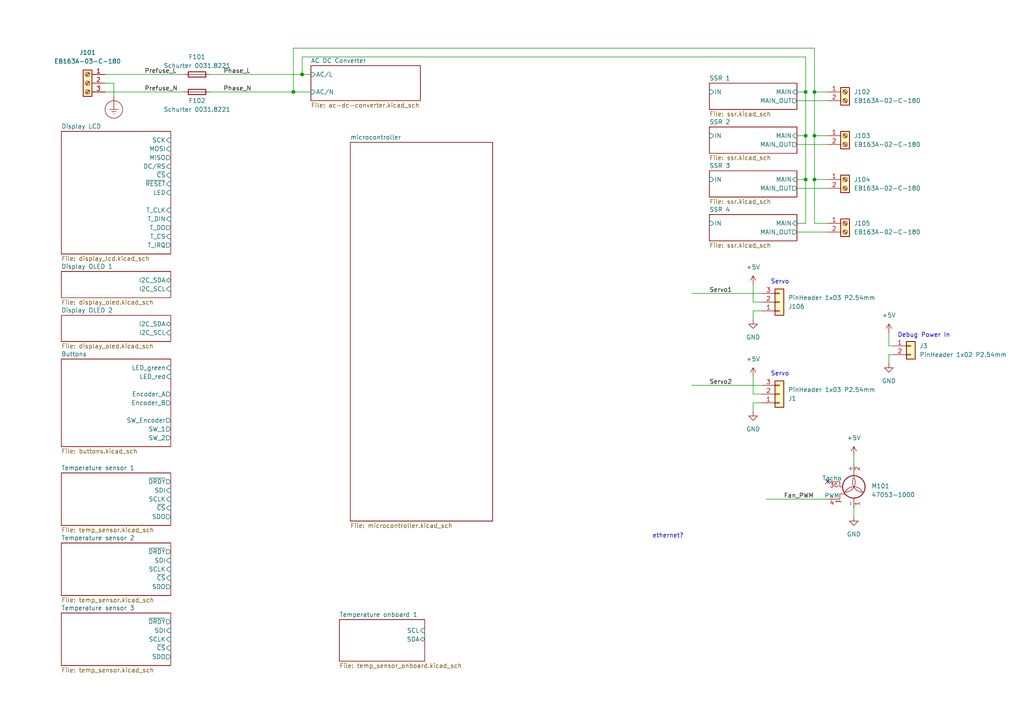
<source format=kicad_sch>
(kicad_sch (version 20231120) (generator "eeschema") (generator_version "8.0")
  (paper "A4")
  (lib_symbols
    (symbol "+5V_1" (power) (pin_numbers hide) (pin_names (offset 0) hide)
      (property "Value" "+5V" (at 0 3.556 0))
      (symbol "+5V_1_0_1"
        (polyline (pts (xy -0.762 1.27) (xy 0 2.54)))
        (polyline (pts (xy 0 0) (xy 0 2.54)))
        (polyline (pts (xy 0 2.54) (xy 0.762 1.27)))
      )
      (symbol "+5V_1_1_1"
        (pin power_in line (at 0 0 90) (length 0) (name "~") (number "1"))
      )
    )
    (symbol "Connector:Screw_Terminal_01x02" (pin_names (offset 1.016) hide)
      (property "Reference" "J" (at 0 2.54 0))
      (property "Value" "Screw_Terminal_01x02" (at 0 -5.08 0))
      (symbol "Screw_Terminal_01x02_1_1"
        (rectangle (start -1.27 1.27) (end 1.27 -3.81) (stroke (width 0.254)) (fill (type background)))
        (circle (center 0 -2.54) (radius 0.635) (stroke (width 0.1524)))
        (polyline (pts (xy -0.5334 -2.2098) (xy 0.3302 -3.048)) (stroke (width 0.1524)))
        (polyline (pts (xy -0.5334 0.3302) (xy 0.3302 -0.508)) (stroke (width 0.1524)))
        (polyline (pts (xy -0.3556 -2.032) (xy 0.508 -2.8702)) (stroke (width 0.1524)))
        (polyline (pts (xy -0.3556 0.508) (xy 0.508 -0.3302)) (stroke (width 0.1524)))
        (circle (center 0 0) (radius 0.635) (stroke (width 0.1524)))
        (pin passive line (at -5.08 0 0) (length 3.81) (name "Pin_1") (number "1"))
        (pin passive line (at -5.08 -2.54 0) (length 3.81) (name "Pin_2") (number "2"))
      )
    )
    (symbol "Connector:Screw_Terminal_01x03" (pin_names (offset 1.016) hide)
      (property "Reference" "J" (at 0 5.08 0))
      (property "Value" "Screw_Terminal_01x03" (at 0 -5.08 0))
      (symbol "Screw_Terminal_01x03_1_1"
        (rectangle (start -1.27 3.81) (end 1.27 -3.81) (stroke (width 0.254)) (fill (type background)))
        (circle (center 0 -2.54) (radius 0.635) (stroke (width 0.1524)))
        (polyline (pts (xy -0.5334 -2.2098) (xy 0.3302 -3.048)) (stroke (width 0.1524)))
        (polyline (pts (xy -0.5334 0.3302) (xy 0.3302 -0.508)) (stroke (width 0.1524)))
        (polyline (pts (xy -0.5334 2.8702) (xy 0.3302 2.032)) (stroke (width 0.1524)))
        (polyline (pts (xy -0.3556 -2.032) (xy 0.508 -2.8702)) (stroke (width 0.1524)))
        (polyline (pts (xy -0.3556 0.508) (xy 0.508 -0.3302)) (stroke (width 0.1524)))
        (polyline (pts (xy -0.3556 3.048) (xy 0.508 2.2098)) (stroke (width 0.1524)))
        (circle (center 0 0) (radius 0.635) (stroke (width 0.1524)))
        (circle (center 0 2.54) (radius 0.635) (stroke (width 0.1524)))
        (pin passive line (at -5.08 2.54 0) (length 3.81) (name "Pin_1") (number "1"))
        (pin passive line (at -5.08 0 0) (length 3.81) (name "Pin_2") (number "2"))
        (pin passive line (at -5.08 -2.54 0) (length 3.81) (name "Pin_3") (number "3"))
      )
    )
    (symbol "Connector_Generic:Conn_01x02" (pin_names (offset 1.016) hide)
      (property "Reference" "J" (at 0 2.54 0))
      (property "Value" "Conn_01x02" (at 0 -5.08 0))
      (symbol "Conn_01x02_1_1"
        (rectangle (start -1.27 -2.413) (end 0 -2.667) (stroke (width 0.1524)))
        (rectangle (start -1.27 0.127) (end 0 -0.127) (stroke (width 0.1524)))
        (rectangle (start -1.27 1.27) (end 1.27 -3.81) (stroke (width 0.254)) (fill (type background)))
        (pin passive line (at -5.08 0 0) (length 3.81) (name "Pin_1") (number "1"))
        (pin passive line (at -5.08 -2.54 0) (length 3.81) (name "Pin_2") (number "2"))
      )
    )
    (symbol "Connector_Generic:Conn_01x03" (pin_names (offset 1.016) hide)
      (property "Reference" "J" (at 0 5.08 0))
      (property "Value" "Conn_01x03" (at 0 -5.08 0))
      (symbol "Conn_01x03_1_1"
        (rectangle (start -1.27 -2.413) (end 0 -2.667) (stroke (width 0.1524)))
        (rectangle (start -1.27 0.127) (end 0 -0.127) (stroke (width 0.1524)))
        (rectangle (start -1.27 2.667) (end 0 2.413) (stroke (width 0.1524)))
        (rectangle (start -1.27 3.81) (end 1.27 -3.81) (stroke (width 0.254)) (fill (type background)))
        (pin passive line (at -5.08 2.54 0) (length 3.81) (name "Pin_1") (number "1"))
        (pin passive line (at -5.08 0 0) (length 3.81) (name "Pin_2") (number "2"))
        (pin passive line (at -5.08 -2.54 0) (length 3.81) (name "Pin_3") (number "3"))
      )
    )
    (symbol "Device:Fuse" (pin_numbers hide) (pin_names (offset 0))
      (property "Reference" "F" (at 2.032 0 90))
      (property "Value" "Fuse" (at -1.905 0 90))
      (symbol "Fuse_0_1"
        (rectangle (start -0.762 -2.54) (end 0.762 2.54) (stroke (width 0.254)))
        (polyline (pts (xy 0 2.54) (xy 0 -2.54)))
      )
      (symbol "Fuse_1_1"
        (pin passive line (at 0 3.81 270) (length 1.27) (name "~") (number "1"))
        (pin passive line (at 0 -3.81 90) (length 1.27) (name "~") (number "2"))
      )
    )
    (symbol "GND_1" (power) (pin_numbers hide) (pin_names (offset 0) hide)
      (property "Value" "GND" (at 0 -3.81 0))
      (symbol "GND_1_0_1"
        (polyline (pts (xy 0 0) (xy 0 -1.27) (xy 1.27 -1.27) (xy 0 -2.54) (xy -1.27 -1.27) (xy 0 -1.27)))
      )
      (symbol "GND_1_1_1"
        (pin power_in line (at 0 0 270) (length 0) (name "~") (number "1"))
      )
    )
    (symbol "Motor:Fan_Tacho_PWM" (pin_names (offset 0))
      (property "Reference" "M" (at 2.54 5.08 0))
      (property "Value" "Fan_Tacho_PWM" (at 2.54 -2.54 0))
      (symbol "Fan_Tacho_PWM_0_0"
        (arc (start -5.588 1.524) (mid -5.08 1.0182) (end -4.572 1.524))
        (arc (start -5.08 2.032) (mid -5.4392 1.8832) (end -5.588 1.524))
        (polyline (pts (xy -5.08 2.032) (xy -5.334 2.159)))
        (polyline (pts (xy -5.08 2.032) (xy -5.207 1.778)))
        (polyline (pts (xy -4.064 2.54) (xy -4.064 1.016) (xy -3.302 1.016)))
      )
      (symbol "Fan_Tacho_PWM_0_1"
        (arc (start -2.54 -0.508) (mid 0.0028 0.9121) (end 0 3.81))
        (polyline (pts (xy -4.064 2.54) (xy -5.08 2.54)))
        (polyline (pts (xy 0 -5.08) (xy 0 -4.572)))
        (polyline (pts (xy 0 -2.2352) (xy 0 -2.6416)))
        (polyline (pts (xy 0 4.2672) (xy 0 4.6228)))
        (polyline (pts (xy 0 4.572) (xy 0 5.08)))
        (polyline (pts (xy -2.54 -1.016) (xy -4.064 -1.016) (xy -4.064 -2.54) (xy -5.08 -2.54)))
        (polyline (pts (xy -5.334 -3.302) (xy -5.08 -3.302) (xy -5.08 -3.048) (xy -4.826 -3.048) (xy -4.826 -3.302) (xy -4.318 -3.302) (xy -4.318 -3.048) (xy -4.064 -3.048) (xy -4.064 -3.302) (xy -3.556 -3.302)))
        (circle (center 0 1.016) (radius 3.2512) (stroke (width 0.254)))
        (arc (start 0 3.81) (mid 0.053 0.921) (end 2.54 -0.508))
        (arc (start 2.54 -0.508) (mid 0 1.0618) (end -2.54 -0.508))
      )
      (symbol "Fan_Tacho_PWM_1_1"
        (pin passive line (at 0 -5.08 90) (length 2.54) (name "-") (number "1"))
        (pin passive line (at 0 7.62 270) (length 2.54) (name "+") (number "2"))
        (pin passive line (at -7.62 2.54 0) (length 2.54) (name "Tacho") (number "3"))
        (pin input line (at -7.62 -2.54 0) (length 2.54) (name "PWM") (number "4"))
      )
    )
    (symbol "power:+5V" (power) (pin_names (offset 0))
      (property "Value" "+5V" (at 0 3.556 0))
      (symbol "+5V_0_1"
        (polyline (pts (xy -0.762 1.27) (xy 0 2.54)))
        (polyline (pts (xy 0 0) (xy 0 2.54)))
        (polyline (pts (xy 0 2.54) (xy 0.762 1.27)))
      )
      (symbol "+5V_1_1"
        (pin power_in line (at 0 0 90) (length 0) hide (name "+5V") (number "1"))
      )
    )
    (symbol "power:Earth_Protective" (power) (pin_names (offset 0))
      (symbol "Earth_Protective_0_1"
        (circle (center 0 -3.81) (radius 2.54))
        (polyline (pts (xy -0.635 -4.445) (xy 0.635 -4.445)))
        (polyline (pts (xy -0.127 -5.08) (xy 0.127 -5.08)))
        (polyline (pts (xy 0 -3.81) (xy 0 0)))
        (polyline (pts (xy 1.27 -3.81) (xy -1.27 -3.81)))
      )
      (symbol "Earth_Protective_1_1"
        (pin power_in line (at 0 0 270) (length 0) hide (name "Earth_Protective") (number "1"))
      )
    )
    (symbol "power:GND" (power) (pin_names (offset 0))
      (property "Value" "GND" (at 0 -3.81 0))
      (symbol "GND_0_1"
        (polyline (pts (xy 0 0) (xy 0 -1.27) (xy 1.27 -1.27) (xy 0 -2.54) (xy -1.27 -1.27) (xy 0 -1.27)))
      )
      (symbol "GND_1_1"
        (pin power_in line (at 0 0 270) (length 0) hide (name "GND") (number "1"))
      )
    )
  )
  (junction (at 87.63 21.59))
  (junction (at 233.68 26.67))
  (junction (at 233.68 39.37))
  (junction (at 236.22 52.07))
  (junction (at 233.68 52.07))
  (junction (at 236.22 39.37))
  (junction (at 85.09 26.67))
  (junction (at 236.22 26.67))
  (no_connect (at 240.03 139.7))
  (wire (pts (xy 236.22 26.67) (xy 236.22 39.37)))
  (wire (pts (xy 200.66 111.76) (xy 220.98 111.76)))
  (wire (pts (xy 220.98 90.17) (xy 218.44 90.17)))
  (wire (pts (xy 240.03 26.67) (xy 236.22 26.67)))
  (wire (pts (xy 247.65 132.08) (xy 247.65 134.62)))
  (wire (pts (xy 231.14 52.07) (xy 233.68 52.07)))
  (wire (pts (xy 257.81 100.33) (xy 257.81 96.52)))
  (wire (pts (xy 200.66 85.09) (xy 220.98 85.09)))
  (wire (pts (xy 259.08 100.33) (xy 257.81 100.33)))
  (wire (pts (xy 231.14 67.31) (xy 240.03 67.31)))
  (wire (pts (xy 233.68 52.07) (xy 233.68 64.77)))
  (wire (pts (xy 231.14 54.61) (xy 240.03 54.61)))
  (wire (pts (xy 240.03 52.07) (xy 236.22 52.07)))
  (wire (pts (xy 218.44 116.84) (xy 218.44 119.38)))
  (wire (pts (xy 87.63 16.51) (xy 87.63 21.59)))
  (wire (pts (xy 231.14 64.77) (xy 233.68 64.77)))
  (wire (pts (xy 85.09 13.97) (xy 85.09 26.67)))
  (wire (pts (xy 247.65 147.32) (xy 247.65 149.86)))
  (wire (pts (xy 257.81 102.87) (xy 257.81 105.41)))
  (wire (pts (xy 218.44 109.22) (xy 218.44 114.3)))
  (wire (pts (xy 60.96 21.59) (xy 87.63 21.59)))
  (wire (pts (xy 236.22 13.97) (xy 85.09 13.97)))
  (wire (pts (xy 231.14 39.37) (xy 233.68 39.37)))
  (wire (pts (xy 60.96 26.67) (xy 85.09 26.67)))
  (wire (pts (xy 220.98 116.84) (xy 218.44 116.84)))
  (wire (pts (xy 218.44 82.55) (xy 218.44 87.63)))
  (wire (pts (xy 231.14 26.67) (xy 233.68 26.67)))
  (wire (pts (xy 236.22 26.67) (xy 236.22 13.97)))
  (wire (pts (xy 87.63 16.51) (xy 233.68 16.51)))
  (wire (pts (xy 231.14 29.21) (xy 240.03 29.21)))
  (wire (pts (xy 231.14 41.91) (xy 240.03 41.91)))
  (wire (pts (xy 236.22 39.37) (xy 236.22 52.07)))
  (wire (pts (xy 222.25 144.78) (xy 240.03 144.78)))
  (wire (pts (xy 233.68 39.37) (xy 233.68 52.07)))
  (wire (pts (xy 87.63 21.59) (xy 90.17 21.59)))
  (wire (pts (xy 33.02 27.94) (xy 33.02 24.13)))
  (wire (pts (xy 30.48 21.59) (xy 53.34 21.59)))
  (wire (pts (xy 240.03 39.37) (xy 236.22 39.37)))
  (wire (pts (xy 240.03 64.77) (xy 236.22 64.77)))
  (wire (pts (xy 33.02 24.13) (xy 30.48 24.13)))
  (wire (pts (xy 30.48 26.67) (xy 53.34 26.67)))
  (wire (pts (xy 236.22 52.07) (xy 236.22 64.77)))
  (wire (pts (xy 85.09 26.67) (xy 90.17 26.67)))
  (wire (pts (xy 233.68 26.67) (xy 233.68 16.51)))
  (wire (pts (xy 220.98 87.63) (xy 218.44 87.63)))
  (wire (pts (xy 233.68 26.67) (xy 233.68 39.37)))
  (wire (pts (xy 259.08 102.87) (xy 257.81 102.87)))
  (wire (pts (xy 220.98 114.3) (xy 218.44 114.3)))
  (wire (pts (xy 218.44 90.17) (xy 218.44 92.71)))
  (text "Servo" (at 223.52 82.55 0) (effects (font (size 1.27 1.27)) (justify left bottom)))
  (text "ethernet?" (at 189.23 156.21 0) (effects (font (size 1.27 1.27)) (justify left bottom)))
  (text "Debug Power In" (at 267.97 97.282 0) (effects (font (size 1.27 1.27))))
  (text "Servo" (at 223.52 109.22 0) (effects (font (size 1.27 1.27)) (justify left bottom)))
  (label "Fan_PWM" (at 227.33 144.78 0))
  (label "Prefuse_N" (at 41.91 26.67 0))
  (label "Prefuse_L" (at 41.91 21.59 0))
  (label "Servo1" (at 205.74 85.09 0))
  (label "Phase_L" (at 64.77 21.59 0))
  (label "Servo2" (at 205.74 111.76 0))
  (label "Phase_N" (at 64.77 26.67 0))
  (symbol (lib_id "power:Earth_Protective") (at 33.02 27.94 0) (unit 1)
    (property "Reference" "#PWR0101" (effects (hide yes)))
    (property "Value" "Earth_Protective" (effects (hide yes)))
  )
  (symbol (lib_id "Connector:Screw_Terminal_01x02") (at 245.11 26.67 0) (unit 1)
    (property "Reference" "J102" (at 247.65 26.67 0) (effects (justify left)))
    (property "Value" "EB163A-02-C-180" (at 247.65 29.21 0) (effects (justify left)))
    (property "Footprint" "Connector_Phoenix_SPT:PhoenixContact_SPT_2.5_2-V-5.0-EX_1x02_P5.0mm_Vertical" (effects (hide yes)))
  )
  (symbol (lib_id "Connector_Generic:Conn_01x03") (at 226.06 114.3 0) (mirror x) (unit 1)
    (property "Reference" "J1" (at 228.6 115.57 0) (effects (justify left)))
    (property "Value" "PinHeader 1x03 P2.54mm" (at 228.6 113.03 0) (effects (justify left)))
    (property "Footprint" "Connector_PinHeader_2.54mm:PinHeader_1x03_P2.54mm_Vertical" (effects (hide yes)))
  )
  (symbol (lib_id "Motor:Fan_Tacho_PWM") (at 247.65 142.24 0) (unit 1)
    (property "Reference" "M101" (at 252.73 140.97 0) (effects (justify left)))
    (property "Value" "47053-1000" (at 252.73 143.51 0) (effects (justify left)))
    (property "Footprint" "Connector_Molex:Molex_KK-254_AE-6410-04A_1x04_P2.54mm_Vertical" (effects (hide yes)))
    (property "Datasheet" "http://www.formfactors.org/developer%5Cspecs%5Crev1_2_public.pdf" (effects (hide yes)))
  )
  (symbol (lib_id "Connector_Generic:Conn_01x02") (at 264.16 100.33 0) (unit 1)
    (property "Reference" "J3" (at 266.7 100.3299 0) (effects (justify left)))
    (property "Value" "PinHeader 1x02 P2.54mm" (at 266.7 102.8699 0) (effects (justify left)))
    (property "Footprint" "Connector_PinHeader_2.54mm:PinHeader_1x02_P2.54mm_Vertical" (effects (hide yes)))
    (property "Description" "Generic connector, single row, 01x02, script generated (kicad-library-utils/schlib/autogen/connector/)" (effects (hide yes)))
  )
  (symbol (lib_id "power:+5V") (at 247.65 132.08 0) (unit 1)
    (property "Reference" "#PWR0104" (effects (hide yes)))
    (property "Value" "+5V" (at 247.65 127 0))
  )
  (symbol (lib_id "Connector:Screw_Terminal_01x02") (at 245.11 39.37 0) (unit 1)
    (property "Reference" "J103" (at 247.65 39.37 0) (effects (justify left)))
    (property "Value" "EB163A-02-C-180" (at 247.65 41.91 0) (effects (justify left)))
    (property "Footprint" "Connector_Phoenix_SPT:PhoenixContact_SPT_2.5_2-V-5.0-EX_1x02_P5.0mm_Vertical" (effects (hide yes)))
  )
  (symbol (lib_id "power:GND") (at 218.44 119.38 0) (unit 1)
    (property "Reference" "#PWR016" (effects (hide yes)))
    (property "Value" "GND" (at 218.44 124.46 0))
  )
  (symbol (lib_id "Device:Fuse") (at 57.15 21.59 90) (unit 1)
    (property "Reference" "F101" (at 57.15 16.51 90))
    (property "Value" "Schurter 0031.8221" (at 57.15 19.05 90))
    (property "Footprint" "Fuse:Fuseholder_Cylinder-5x20mm_Schurter_OGN-SMD_Horizontal_Open" (effects (hide yes)))
  )
  (symbol (lib_id "Connector:Screw_Terminal_01x02") (at 245.11 64.77 0) (unit 1)
    (property "Reference" "J105" (at 247.65 64.77 0) (effects (justify left)))
    (property "Value" "EB163A-02-C-180" (at 247.65 67.31 0) (effects (justify left)))
    (property "Footprint" "Connector_Phoenix_SPT:PhoenixContact_SPT_2.5_2-V-5.0-EX_1x02_P5.0mm_Vertical" (effects (hide yes)))
  )
  (symbol (lib_id "Connector_Generic:Conn_01x03") (at 226.06 87.63 0) (mirror x) (unit 1)
    (property "Reference" "J106" (at 228.6 88.9 0) (effects (justify left)))
    (property "Value" "PinHeader 1x03 P2.54mm" (at 228.6 86.36 0) (effects (justify left)))
    (property "Footprint" "Connector_PinHeader_2.54mm:PinHeader_1x03_P2.54mm_Vertical" (effects (hide yes)))
  )
  (symbol (lib_name "+5V_1") (lib_id "power:+5V") (at 257.81 96.52 0) (unit 1)
    (property "Reference" "#PWR018" (effects (hide yes)))
    (property "Value" "+5V" (at 257.81 91.44 0))
    (property "Description" "Power symbol creates a global label with name \"+5V\"" (effects (hide yes)))
  )
  (symbol (lib_id "power:+5V") (at 218.44 109.22 0) (unit 1)
    (property "Reference" "#PWR014" (effects (hide yes)))
    (property "Value" "+5V" (at 218.44 104.14 0))
  )
  (symbol (lib_id "Connector:Screw_Terminal_01x03") (at 25.4 24.13 0) (mirror y) (unit 1)
    (property "Reference" "J101" (at 25.4 15.24 0))
    (property "Value" "EB163A-03-C-180" (at 25.4 17.78 0))
    (property "Footprint" "Connector_Phoenix_SPT:PhoenixContact_SPT_2.5_3-V-5.0-EX_1x03_P5.0mm_Vertical" (effects (hide yes)))
  )
  (symbol (lib_id "Device:Fuse") (at 57.15 26.67 90) (unit 1)
    (property "Reference" "F102" (at 57.15 29.21 90))
    (property "Value" "Schurter 0031.8221" (at 57.15 31.75 90))
    (property "Footprint" "Fuse:Fuseholder_Cylinder-5x20mm_Schurter_OGN-SMD_Horizontal_Open" (effects (hide yes)))
  )
  (symbol (lib_id "power:GND") (at 247.65 149.86 0) (unit 1)
    (property "Reference" "#PWR0105" (effects (hide yes)))
    (property "Value" "GND" (at 247.65 154.94 0))
  )
  (symbol (lib_id "power:GND") (at 218.44 92.71 0) (unit 1)
    (property "Reference" "#PWR0103" (effects (hide yes)))
    (property "Value" "GND" (at 218.44 97.79 0))
  )
  (symbol (lib_id "Connector:Screw_Terminal_01x02") (at 245.11 52.07 0) (unit 1)
    (property "Reference" "J104" (at 247.65 52.07 0) (effects (justify left)))
    (property "Value" "EB163A-02-C-180" (at 247.65 54.61 0) (effects (justify left)))
    (property "Footprint" "Connector_Phoenix_SPT:PhoenixContact_SPT_2.5_2-V-5.0-EX_1x02_P5.0mm_Vertical" (effects (hide yes)))
  )
  (symbol (lib_name "GND_1") (lib_id "power:GND") (at 257.81 105.41 0) (unit 1)
    (property "Reference" "#PWR019" (effects (hide yes)))
    (property "Value" "GND" (at 257.81 110.49 0))
    (property "Description" "Power symbol creates a global label with name \"GND\" , ground" (effects (hide yes)))
  )
  (symbol (lib_id "power:+5V") (at 218.44 82.55 0) (unit 1)
    (property "Reference" "#PWR0102" (effects (hide yes)))
    (property "Value" "+5V" (at 218.44 77.47 0))
  )
  (sheet (at 17.78 91.44) (size 31.75 7.62) (stroke (width 0.1524))
    (property "Sheetname" "Display OLED 2" (at 17.78 90.7284 0) (effects (justify left bottom)))
    (property "Sheetfile" "display_oled.kicad_sch" (at 17.78 99.6446 0) (effects (justify left top)))
    (pin "I2C_SDA" bidirectional (at 49.53 93.98 0))
    (pin "I2C_SCL" input (at 49.53 96.52 0))
  )
  (sheet (at 98.425 179.705) (size 24.765 12.065) (stroke (width 0.1524))
    (property "Sheetname" "Temperature onboard 1" (at 98.425 178.9934 0) (effects (justify left bottom)))
    (property "Sheetfile" "temp_sensor_onboard.kicad_sch" (at 98.425 192.3546 0) (effects (justify left top)))
    (pin "SCL" input (at 123.19 182.88 0))
    (pin "SDA" bidirectional (at 123.19 185.42 0))
  )
  (sheet (at 17.78 78.74) (size 31.75 7.62) (stroke (width 0.1524))
    (property "Sheetname" "Display OLED 1" (at 17.78 78.0284 0) (effects (justify left bottom)))
    (property "Sheetfile" "display_oled.kicad_sch" (at 17.78 86.9446 0) (effects (justify left top)))
    (pin "I2C_SDA" bidirectional (at 49.53 81.28 0))
    (pin "I2C_SCL" input (at 49.53 83.82 0))
  )
  (sheet (at 17.78 157.48) (size 31.75 15.24) (stroke (width 0.1524))
    (property "Sheetname" "Temperature sensor 2" (at 17.78 156.7684 0) (effects (justify left bottom)))
    (property "Sheetfile" "temp_sensor.kicad_sch" (at 17.78 173.3046 0) (effects (justify left top)))
    (pin "~{DRDY}" output (at 49.53 160.02 0))
    (pin "SDI" input (at 49.53 162.56 0))
    (pin "SCLK" input (at 49.53 165.1 0))
    (pin "~{CS}" input (at 49.53 167.64 0))
    (pin "SDO" output (at 49.53 170.18 0))
  )
  (sheet (at 17.78 104.14) (size 31.75 25.4) (stroke (width 0.1524))
    (property "Sheetname" "Buttons" (at 17.78 103.4284 0) (effects (justify left bottom)))
    (property "Sheetfile" "buttons.kicad_sch" (at 17.78 130.1246 0) (effects (justify left top)))
    (pin "LED_green" input (at 49.53 106.68 0))
    (pin "LED_red" input (at 49.53 109.22 0))
    (pin "SW_Encoder" output (at 49.53 121.92 0))
    (pin "Encoder_B" output (at 49.53 116.84 0))
    (pin "Encoder_A" output (at 49.53 114.3 0))
    (pin "SW_2" output (at 49.53 127 0))
    (pin "SW_1" output (at 49.53 124.46 0))
  )
  (sheet (at 101.6 41.275) (size 41.275 109.855) (stroke (width 0.1524))
    (property "Sheetname" "microcontroller" (at 101.6 40.5634 0) (effects (justify left bottom)))
    (property "Sheetfile" "microcontroller.kicad_sch" (at 101.6 151.7146 0) (effects (justify left top)))
  )
  (sheet (at 205.74 24.13) (size 25.4 7.62) (stroke (width 0.1524))
    (property "Sheetname" "SSR 1" (at 205.74 23.4184 0) (effects (justify left bottom)))
    (property "Sheetfile" "ssr.kicad_sch" (at 205.74 32.3346 0) (effects (justify left top)))
    (pin "IN" input (at 205.74 26.67 180))
    (pin "MAIN" input (at 231.14 26.67 0))
    (pin "MAIN_OUT" output (at 231.14 29.21 0))
  )
  (sheet (at 205.74 36.83) (size 25.4 7.62) (stroke (width 0.1524))
    (property "Sheetname" "SSR 2" (at 205.74 36.1184 0) (effects (justify left bottom)))
    (property "Sheetfile" "ssr.kicad_sch" (at 205.74 45.0346 0) (effects (justify left top)))
    (pin "IN" input (at 205.74 39.37 180))
    (pin "MAIN" input (at 231.14 39.37 0))
    (pin "MAIN_OUT" output (at 231.14 41.91 0))
  )
  (sheet (at 205.74 62.23) (size 25.4 7.62) (stroke (width 0.1524))
    (property "Sheetname" "SSR 4" (at 205.74 61.5184 0) (effects (justify left bottom)))
    (property "Sheetfile" "ssr.kicad_sch" (at 205.74 70.4346 0) (effects (justify left top)))
    (pin "IN" input (at 205.74 64.77 180))
    (pin "MAIN" input (at 231.14 64.77 0))
    (pin "MAIN_OUT" output (at 231.14 67.31 0))
  )
  (sheet (at 17.78 137.16) (size 31.75 15.24) (stroke (width 0.1524))
    (property "Sheetname" "Temperature sensor 1" (at 17.78 136.4484 0) (effects (justify left bottom)))
    (property "Sheetfile" "temp_sensor.kicad_sch" (at 17.78 152.9846 0) (effects (justify left top)))
    (pin "~{DRDY}" output (at 49.53 139.7 0))
    (pin "SDI" input (at 49.53 142.24 0))
    (pin "SCLK" input (at 49.53 144.78 0))
    (pin "~{CS}" input (at 49.53 147.32 0))
    (pin "SDO" output (at 49.53 149.86 0))
  )
  (sheet (at 90.17 19.05) (size 31.75 10.16) (stroke (width 0.1524))
    (property "Sheetname" "AC DC Converter" (at 90.17 18.3384 0) (effects (justify left bottom)))
    (property "Sheetfile" "ac-dc-converter.kicad_sch" (at 90.17 29.7946 0) (effects (justify left top)))
    (pin "AC{slash}L" input (at 90.17 21.59 180))
    (pin "AC{slash}N" input (at 90.17 26.67 180))
  )
  (sheet (at 17.78 38.1) (size 31.75 35.56) (stroke (width 0.1524))
    (property "Sheetname" "Display LCD" (at 17.78 37.3884 0) (effects (justify left bottom)))
    (property "Sheetfile" "display_lcd.kicad_sch" (at 17.78 74.2446 0) (effects (justify left top)))
    (pin "T_DO" output (at 49.53 66.04 0))
    (pin "T_CLK" input (at 49.53 60.96 0))
    (pin "T_CS" input (at 49.53 68.58 0))
    (pin "T_DIN" input (at 49.53 63.5 0))
    (pin "T_IRQ" output (at 49.53 71.12 0))
    (pin "~{CS}" input (at 49.53 50.8 0))
    (pin "~{RESET}" input (at 49.53 53.34 0))
    (pin "DC{slash}RS" input (at 49.53 48.26 0))
    (pin "MOSI" input (at 49.53 43.18 0))
    (pin "SCK" input (at 49.53 40.64 0))
    (pin "LED" input (at 49.53 55.88 0))
    (pin "MISO" output (at 49.53 45.72 0))
  )
  (sheet (at 17.78 177.8) (size 31.75 15.24) (stroke (width 0.1524))
    (property "Sheetname" "Temperature sensor 3" (at 17.78 177.0884 0) (effects (justify left bottom)))
    (property "Sheetfile" "temp_sensor.kicad_sch" (at 17.78 193.6246 0) (effects (justify left top)))
    (pin "~{DRDY}" output (at 49.53 180.34 0))
    (pin "SDI" input (at 49.53 182.88 0))
    (pin "SCLK" input (at 49.53 185.42 0))
    (pin "~{CS}" input (at 49.53 187.96 0))
    (pin "SDO" output (at 49.53 190.5 0))
  )
  (sheet (at 205.74 49.53) (size 25.4 7.62) (stroke (width 0.1524))
    (property "Sheetname" "SSR 3" (at 205.74 48.8184 0) (effects (justify left bottom)))
    (property "Sheetfile" "ssr.kicad_sch" (at 205.74 57.7346 0) (effects (justify left top)))
    (pin "IN" input (at 205.74 52.07 180))
    (pin "MAIN" input (at 231.14 52.07 0))
    (pin "MAIN_OUT" output (at 231.14 54.61 0))
  )
)
</source>
